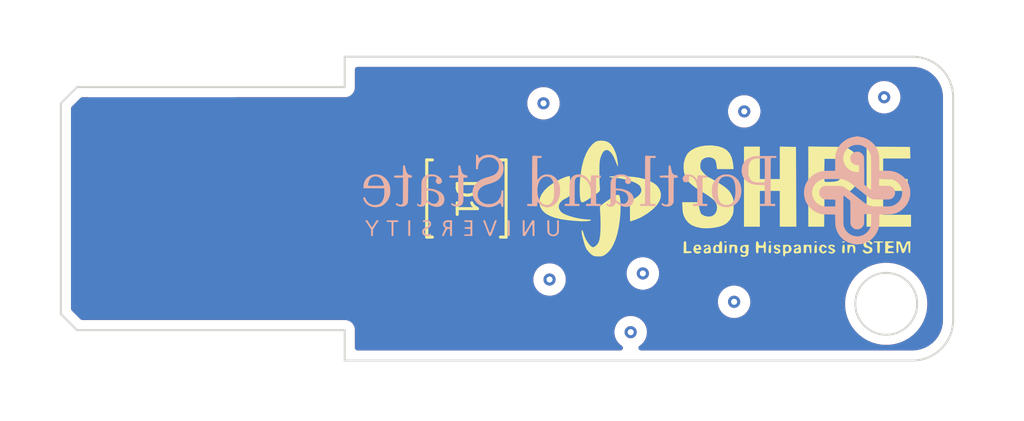
<source format=kicad_pcb>
(kicad_pcb (version 20241229) (generator "pcbnew") (generator_version "9.0")
  (layers (0 "F.Cu" signal) (2 "B.Cu" signal) (13 "F.Paste" user) (15 "B.Paste" user) (5 "F.SilkS" user "F.Silkscreen") (7 "B.SilkS" user "B.Silkscreen") (1 "F.Mask" user) (3 "B.Mask" user) (25 "Edge.Cuts" user))
  (net 0 "")
  (net 1 "Net-(D1-A)")
  (net 2 "GND")
  (net 3 "+5V")
  (footprint "Poop:GREEN_LED_LUXEON 3535L_LUL" (layer "F.Cu") (at 143 59 -90)
    (property "Reference" "D1" (at 0 0 270) (layer "F.SilkS"))
    (property "Value" "LED")
    (pad "1" smd rect (at -1.0033 0 270) (size 2.1082 2.6924) (layers "F.Cu" "F.Mask" "F.Paste") (net 2 "GND"))
    (pad "2" smd rect (at 1.5494 0 270) (size 1.016 2.6924) (layers "F.Cu" "F.Mask" "F.Paste") (net 1 "Net-(D1-A)"))
    (zone (net 0) (net_name "") (layer "F.Cu") (connect_pads (clearance 0)) (min_thickness 0.254)
      (keepout (tracks not_allowed) (vias not_allowed) (pads allowed) (copperpour not_allowed) (footprints allowed))
      (fill (thermal_gap 0.508) (thermal_bridge_width 0.508))
      (polygon (pts (xy 144.778 59.1016) (xy 144.778 59.9906) (xy 141.222 59.9906) (xy 141.222 59.1016)))
    )
  )
  (footprint "LOGO" (layer "F.Cu") (at 156 60)
    (property "Reference" "G***" (hide yes))
    (property "Value" "LOGO" (hide yes))
  )
  (footprint "Poop:40-Ohms-RES_ERJ1GNF40R2C" (layer "F.Cu") (at 139 62 45)
    (property "Reference" "R1" (hide yes))
    (property "Value" "40.2" (hide yes))
    (pad "1" smd rect (at -0.3 0 45) (size 0.25 0.3) (layers "F.Cu" "F.Mask" "F.Paste") (net 3 "+5V"))
    (pad "2" smd rect (at 0.3 0 45) (size 0.25 0.3) (layers "F.Cu" "F.Mask" "F.Paste") (net 1 "Net-(D1-A)"))
  )
  (footprint "Connector_USB_PCB_Edge:USB_A_PCB_Edge_no_outline" (layer "F.Cu") (at 134.5 58.4)
    (property "Reference" "J1" (hide yes))
    (property "Value" "USB_A")
    (pad "1" smd roundrect (at -6.5 4.75) (size 7 2) (layers "F.Cu" "F.Mask") (roundrect_rratio 0.125) (net 3 "+5V"))
    (pad "2" smd roundrect (at -6.5 2) (size 6 1.5) (layers "F.Cu" "F.Mask") (roundrect_rratio 0.1666666667))
    (pad "3" smd roundrect (at -6.5 0) (size 6 1.5) (layers "F.Cu" "F.Mask") (roundrect_rratio 0.1666666667))
    (pad "4" smd roundrect (at -6.5 -2.75) (size 7 2) (layers "F.Cu" "F.Mask") (roundrect_rratio 0.125) (net 2 "GND"))
  )
  (footprint "LOGO" (layer "B.Cu") (at 151.104595 58.613266 180)
    (property "Reference" "G***" (hide yes))
    (property "Value" "LOGO" (hide yes))
  )
  (gr_line (start 137 65.5) (end 123.8 65.5) (stroke (width 0.1)) (layer "Edge.Cuts"))
  (gr_line (start 123.8 53.5) (end 123 54.3) (stroke (width 0.1)) (layer "Edge.Cuts"))
  (gr_line (start 137 67) (end 137 65.5) (stroke (width 0.1)) (layer "Edge.Cuts"))
  (gr_line (start 139 52) (end 165 52) (stroke (width 0.1)) (layer "Edge.Cuts"))
  (gr_arc (start 165 52) (mid 166.414214 52.585786) (end 167 54) (stroke (width 0.1)) (layer "Edge.Cuts"))
  (gr_line (start 165 67) (end 139 67) (stroke (width 0.1)) (layer "Edge.Cuts"))
  (gr_line (start 137 53.5) (end 123.8 53.5) (stroke (width 0.1)) (layer "Edge.Cuts"))
  (gr_line (start 137 67) (end 139 67) (stroke (width 0.1)) (layer "Edge.Cuts"))
  (gr_line (start 123 54.3) (end 123 64.7) (stroke (width 0.1)) (layer "Edge.Cuts"))
  (gr_line (start 123.8 65.5) (end 123 64.7) (stroke (width 0.1)) (layer "Edge.Cuts"))
  (gr_line (start 139 52) (end 137 52) (stroke (width 0.1)) (layer "Edge.Cuts"))
  (gr_circle (center 163.7 64.2) (end 165 65) (stroke (width 0.1)) (fill no) (layer "Edge.Cuts"))
  (gr_arc (start 167 65) (mid 166.414214 66.414214) (end 165 67) (stroke (width 0.1)) (layer "Edge.Cuts"))
  (gr_line (start 167 54) (end 167 65) (stroke (width 0.1)) (layer "Edge.Cuts"))
  (gr_line (start 137 52) (end 137 53.5) (stroke (width 0.1)) (layer "Edge.Cuts"))
  (via (at 156.2 64.1) (size 0.6) (drill 0.3) (layers "F.Cu" "B.Cu") (net 0))
  (via (at 146.8 54.3) (size 0.6) (drill 0.3) (layers "F.Cu" "B.Cu") (net 0))
  (via (at 147.1 63) (size 0.6) (drill 0.3) (layers "F.Cu" "B.Cu") (net 0))
  (via (at 151.7 62.7) (size 0.6) (drill 0.3) (layers "F.Cu" "B.Cu") (net 0))
  (via (at 163.6 54) (size 0.6) (drill 0.3) (layers "F.Cu" "B.Cu") (net 0))
  (via (at 151.1 65.6) (size 0.6) (drill 0.3) (layers "F.Cu" "B.Cu") (net 0))
  (via (at 156.7 54.7) (size 0.6) (drill 0.3) (layers "F.Cu" "B.Cu") (net 0))
  (segment (start 143 60.5494) (end 140.4506 60.5494) (width 0.2) (layer "F.Cu") (net 1))
  (segment (start 140.4506 60.5494) (end 139.212132 61.787868) (width 0.2) (layer "F.Cu") (net 1))
  (segment (start 129.037868 62.212132) (end 128 63.25) (width 0.2) (layer "F.Cu") (net 3))
  (segment (start 138.787868 62.212132) (end 129.037868 62.212132) (width 0.2) (layer "F.Cu") (net 3))
  (zone (net 2) (net_name "GND") (layer "F.Cu") (connect_pads (clearance 0.5)) (min_thickness 0.25) (fill yes (thermal_gap 0.5) (thermal_bridge_width 0.5))
    (polygon (pts (xy 120.2 49.6) (xy 120.3 69.8) (xy 170.2 69.8) (xy 170.5 49.7)))
  )
  (zone (net 0) (net_name "") (layer "B.Cu") (priority 1) (connect_pads (clearance 0.5)) (min_thickness 0.25) (fill yes (thermal_gap 0.5) (thermal_bridge_width 0.5) (island_removal_mode 1) (island_area_min 10))
    (polygon (pts (xy 120 49.2) (xy 120.2 70) (xy 170.1 69.9) (xy 170.5 49.9)))
  )
)
</source>
